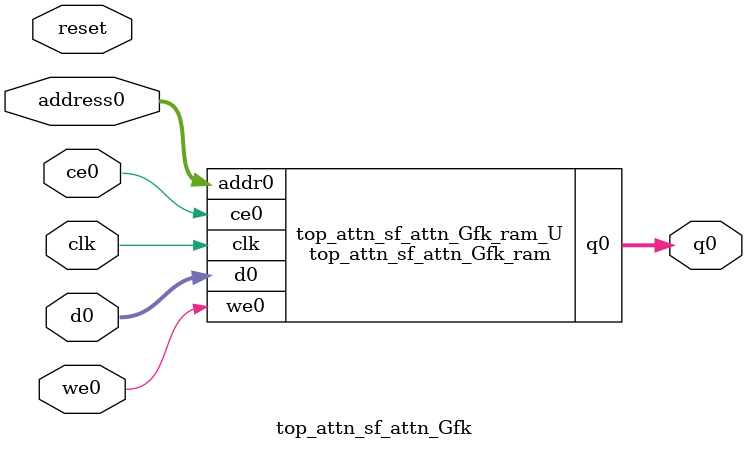
<source format=v>
`timescale 1 ns / 1 ps
module top_attn_sf_attn_Gfk_ram (addr0, ce0, d0, we0, q0,  clk);

parameter DWIDTH = 24;
parameter AWIDTH = 8;
parameter MEM_SIZE = 144;

input[AWIDTH-1:0] addr0;
input ce0;
input[DWIDTH-1:0] d0;
input we0;
output reg[DWIDTH-1:0] q0;
input clk;

(* ram_style = "block" *)reg [DWIDTH-1:0] ram[0:MEM_SIZE-1];




always @(posedge clk)  
begin 
    if (ce0) begin
        if (we0) 
            ram[addr0] <= d0; 
        q0 <= ram[addr0];
    end
end


endmodule

`timescale 1 ns / 1 ps
module top_attn_sf_attn_Gfk(
    reset,
    clk,
    address0,
    ce0,
    we0,
    d0,
    q0);

parameter DataWidth = 32'd24;
parameter AddressRange = 32'd144;
parameter AddressWidth = 32'd8;
input reset;
input clk;
input[AddressWidth - 1:0] address0;
input ce0;
input we0;
input[DataWidth - 1:0] d0;
output[DataWidth - 1:0] q0;



top_attn_sf_attn_Gfk_ram top_attn_sf_attn_Gfk_ram_U(
    .clk( clk ),
    .addr0( address0 ),
    .ce0( ce0 ),
    .we0( we0 ),
    .d0( d0 ),
    .q0( q0 ));

endmodule


</source>
